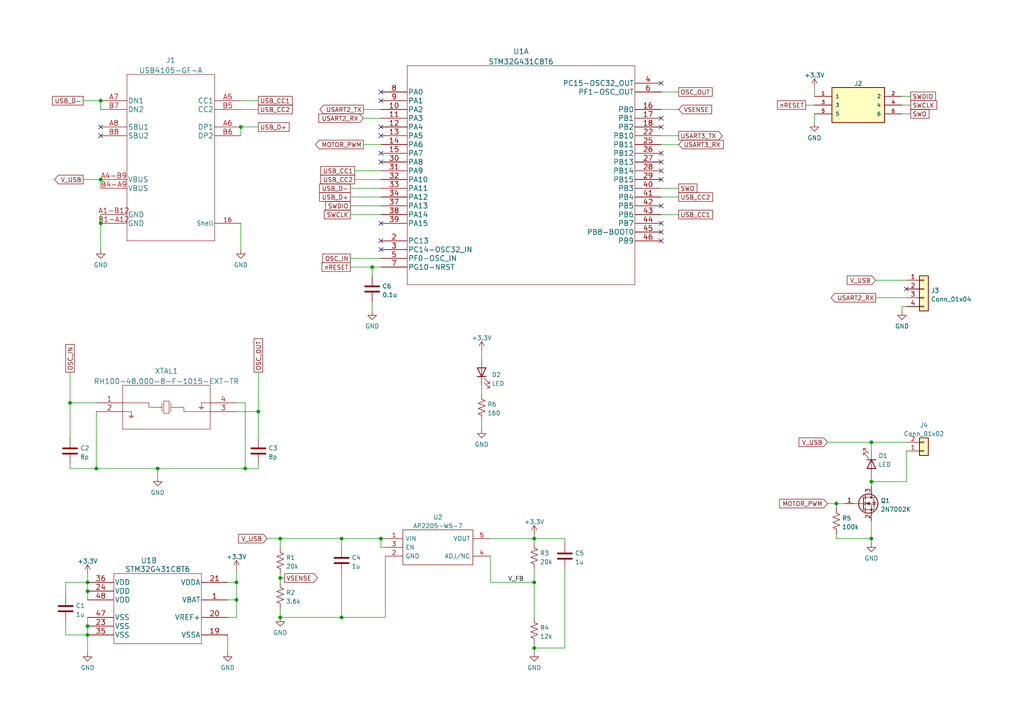
<source format=kicad_sch>
(kicad_sch (version 20211123) (generator eeschema)
  (paper "A4")
  (lib_symbols
    (symbol "Anh_Nguyen:USB4105-GF-A" (pin_names (offset 0.254))
      (property "Reference" "J1" (at 20.32 11.7676 0))
      (property "Value" "USB4105-GF-A" (at 20.32 8.7742 0))
      (symbol "USB4105-GF-A_1_1"
        (polyline (pts (xy 7.62 -40.64) (xy 33.02 -40.64)) (stroke (width 0.127)))
        (polyline (pts (xy 7.62 7.62) (xy 7.62 -40.64)) (stroke (width 0.127)))
        (polyline (pts (xy 33.02 -40.64) (xy 33.02 7.62)) (stroke (width 0.127)))
        (polyline (pts (xy 33.02 7.62) (xy 7.62 7.62)) (stroke (width 0.127)))
        (pin passive line (at 40.64 -35.56 180) (length 7.62) hide (name "Shell") (number "13"))
        (pin passive line (at 40.64 -35.56 180) (length 7.62) hide (name "Shell") (number "14"))
        (pin passive line (at 40.64 -35.56 180) (length 7.62) hide (name "Shell") (number "15"))
        (pin passive line (at 40.64 -35.56 180) (length 7.62) (name "Shell") (number "16"))
        (pin power_in line (at 0 -33.02 0) (length 7.62) (name "GND") (number "A1-B12"))
        (pin power_in line (at 0 -22.86 0) (length 7.62) (name "VBUS") (number "A4-B9"))
        (pin bidirectional line (at 40.64 0 180) (length 7.62) (name "CC1") (number "A5"))
        (pin bidirectional line (at 40.64 -7.62 180) (length 7.62) (name "DP1") (number "A6"))
        (pin bidirectional line (at 0 0 0) (length 7.62) (name "DN1") (number "A7"))
        (pin bidirectional line (at 0 -7.62 0) (length 7.62) (name "SBU1") (number "A8"))
        (pin power_in line (at 0 -35.56 0) (length 7.62) (name "GND") (number "B1-A12"))
        (pin power_in line (at 0 -25.4 0) (length 7.62) (name "VBUS") (number "B4-A9"))
        (pin bidirectional line (at 40.64 -2.54 180) (length 7.62) (name "CC2") (number "B5"))
        (pin bidirectional line (at 40.64 -10.16 180) (length 7.62) (name "DP2") (number "B6"))
        (pin bidirectional line (at 0 -2.54 0) (length 7.62) (name "DN2") (number "B7"))
        (pin bidirectional line (at 0 -10.16 0) (length 7.62) (name "SBU2") (number "B8"))
      )
    )
    (symbol "Connector_Generic:Conn_01x02" (pin_names (offset 1.016) hide)
      (property "Reference" "J" (at 0 2.54 0))
      (property "Value" "Conn_01x02" (at 0 -5.08 0))
      (symbol "Conn_01x02_1_1"
        (rectangle (start -1.27 -2.413) (end 0 -2.667) (stroke (width 0.1524)))
        (rectangle (start -1.27 0.127) (end 0 -0.127) (stroke (width 0.1524)))
        (rectangle (start -1.27 1.27) (end 1.27 -3.81) (stroke (width 0.254)) (fill (type background)))
        (pin passive line (at -5.08 0 0) (length 3.81) (name "Pin_1") (number "1"))
        (pin passive line (at -5.08 -2.54 0) (length 3.81) (name "Pin_2") (number "2"))
      )
    )
    (symbol "Connector_Generic:Conn_01x04" (pin_names (offset 1.016) hide)
      (property "Reference" "J" (at 0 5.08 0))
      (property "Value" "Conn_01x04" (at 0 -7.62 0))
      (symbol "Conn_01x04_1_1"
        (rectangle (start -1.27 -4.953) (end 0 -5.207) (stroke (width 0.1524)))
        (rectangle (start -1.27 -2.413) (end 0 -2.667) (stroke (width 0.1524)))
        (rectangle (start -1.27 0.127) (end 0 -0.127) (stroke (width 0.1524)))
        (rectangle (start -1.27 2.667) (end 0 2.413) (stroke (width 0.1524)))
        (rectangle (start -1.27 3.81) (end 1.27 -6.35) (stroke (width 0.254)) (fill (type background)))
        (pin passive line (at -5.08 2.54 0) (length 3.81) (name "Pin_1") (number "1"))
        (pin passive line (at -5.08 0 0) (length 3.81) (name "Pin_2") (number "2"))
        (pin passive line (at -5.08 -2.54 0) (length 3.81) (name "Pin_3") (number "3"))
        (pin passive line (at -5.08 -5.08 0) (length 3.81) (name "Pin_4") (number "4"))
      )
    )
    (symbol "Device:C" (pin_numbers hide) (pin_names (offset 0.254))
      (property "Reference" "C" (at 0.635 2.54 0))
      (property "Value" "C" (at 0.635 -2.54 0))
      (symbol "C_0_1"
        (polyline (pts (xy -2.032 -0.762) (xy 2.032 -0.762)) (stroke (width 0.508)))
        (polyline (pts (xy -2.032 0.762) (xy 2.032 0.762)) (stroke (width 0.508)))
      )
      (symbol "C_1_1"
        (pin passive line (at 0 3.81 270) (length 2.794) (name "~") (number "1"))
        (pin passive line (at 0 -3.81 90) (length 2.794) (name "~") (number "2"))
      )
    )
    (symbol "Device:LED" (pin_numbers hide) (pin_names (offset 1.016) hide)
      (property "Reference" "D" (at 0 2.54 0))
      (property "Value" "LED" (at 0 -2.54 0))
      (symbol "LED_0_1"
        (polyline (pts (xy -1.27 -1.27) (xy -1.27 1.27)) (stroke (width 0.254)))
        (polyline (pts (xy -1.27 0) (xy 1.27 0)))
        (polyline (pts (xy 1.27 -1.27) (xy 1.27 1.27) (xy -1.27 0) (xy 1.27 -1.27)) (stroke (width 0.254)))
        (polyline (pts (xy -3.048 -0.762) (xy -4.572 -2.286) (xy -3.81 -2.286) (xy -4.572 -2.286) (xy -4.572 -1.524)))
        (polyline (pts (xy -1.778 -0.762) (xy -3.302 -2.286) (xy -2.54 -2.286) (xy -3.302 -2.286) (xy -3.302 -1.524)))
      )
      (symbol "LED_1_1"
        (pin passive line (at -3.81 0 0) (length 2.54) (name "K") (number "1"))
        (pin passive line (at 3.81 0 180) (length 2.54) (name "A") (number "2"))
      )
    )
    (symbol "Device:R_US" (pin_numbers hide) (pin_names (offset 0))
      (property "Reference" "R" (at 2.54 0 90))
      (property "Value" "R_US" (at -2.54 0 90))
      (symbol "R_US_0_1"
        (polyline (pts (xy 0 -2.286) (xy 0 -2.54)))
        (polyline (pts (xy 0 2.286) (xy 0 2.54)))
        (polyline (pts (xy 0 -0.762) (xy 1.016 -1.143) (xy 0 -1.524) (xy -1.016 -1.905) (xy 0 -2.286)))
        (polyline (pts (xy 0 0.762) (xy 1.016 0.381) (xy 0 0) (xy -1.016 -0.381) (xy 0 -0.762)))
        (polyline (pts (xy 0 2.286) (xy 1.016 1.905) (xy 0 1.524) (xy -1.016 1.143) (xy 0 0.762)))
      )
      (symbol "R_US_1_1"
        (pin passive line (at 0 3.81 270) (length 1.27) (name "~") (number "1"))
        (pin passive line (at 0 -3.81 90) (length 1.27) (name "~") (number "2"))
      )
    )
    (symbol "J-LINK_6-PIN_NEEDLE_ADAPTER:8.06.16_J-LINK_6-PIN_NEEDLE_ADAPTER" (pin_names (offset 1.016))
      (property "Reference" "J" (at -7.62 7.62 0))
      (property "Value" "8.06.16_J-LINK_6-PIN_NEEDLE_ADAPTER" (at -7.62 -7.62 0))
      (symbol "8.06.16_J-LINK_6-PIN_NEEDLE_ADAPTER_0_0"
        (rectangle (start -7.62 -5.08) (end 7.62 5.08) (stroke (width 0.254)) (fill (type background)))
        (pin passive line (at -12.7 2.54 0) (length 5.08) (name "1") (number "1"))
        (pin passive line (at 12.7 2.54 180) (length 5.08) (name "2") (number "2"))
        (pin passive line (at -12.7 0 0) (length 5.08) (name "3") (number "3"))
        (pin passive line (at 12.7 0 180) (length 5.08) (name "4") (number "4"))
        (pin passive line (at -12.7 -2.54 0) (length 5.08) (name "5") (number "5"))
        (pin passive line (at 12.7 -2.54 180) (length 5.08) (name "6") (number "6"))
      )
    )
    (symbol "RH100-48.000-8-F-1015-EXT-TR:RH100-48.000-8-F-1015-EXT-TR" (pin_names (offset 0.254) hide)
      (property "Reference" "XTAL" (at 20.32 10.16 0))
      (property "Value" "RH100-48.000-8-F-1015-EXT-TR" (at 20.32 7.62 0))
      (symbol "RH100-48.000-8-F-1015-EXT-TR_1_1"
        (polyline (pts (xy 7.62 -7.62) (xy 33.02 -7.62)) (stroke (width 0.127)))
        (polyline (pts (xy 7.62 -2.54) (xy 10.16 -2.54)) (stroke (width 0.127)))
        (polyline (pts (xy 7.62 0) (xy 15.24 0)) (stroke (width 0.127)))
        (polyline (pts (xy 7.62 5.08) (xy 7.62 -7.62)) (stroke (width 0.127)))
        (polyline (pts (xy 9.398 -3.81) (xy 10.922 -3.81)) (stroke (width 0.127)))
        (polyline (pts (xy 9.652 -4.064) (xy 10.668 -4.064)) (stroke (width 0.127)))
        (polyline (pts (xy 9.906 -4.318) (xy 10.414 -4.318)) (stroke (width 0.127)))
        (polyline (pts (xy 10.16 -2.54) (xy 10.16 -3.81)) (stroke (width 0.127)))
        (polyline (pts (xy 15.24 -1.27) (xy 19.05 -1.27)) (stroke (width 0.127)))
        (polyline (pts (xy 15.24 0) (xy 15.24 -1.27)) (stroke (width 0.127)))
        (polyline (pts (xy 19.05 0) (xy 19.05 -2.54)) (stroke (width 0.127)))
        (polyline (pts (xy 19.558 -3.048) (xy 21.082 -3.048)) (stroke (width 0.127)))
        (polyline (pts (xy 19.558 0.508) (xy 19.558 -3.048)) (stroke (width 0.127)))
        (polyline (pts (xy 21.082 -3.048) (xy 21.082 0.508)) (stroke (width 0.127)))
        (polyline (pts (xy 21.082 0.508) (xy 19.558 0.508)) (stroke (width 0.127)))
        (polyline (pts (xy 21.59 -1.27) (xy 25.4 -1.27)) (stroke (width 0.127)))
        (polyline (pts (xy 21.59 0) (xy 21.59 -2.54)) (stroke (width 0.127)))
        (polyline (pts (xy 25.4 -2.54) (xy 33.02 -2.54)) (stroke (width 0.127)))
        (polyline (pts (xy 25.4 -1.27) (xy 25.4 -2.54)) (stroke (width 0.127)))
        (polyline (pts (xy 30.48 0) (xy 30.48 -1.27)) (stroke (width 0.127)))
        (polyline (pts (xy 30.734 -1.778) (xy 30.226 -1.778)) (stroke (width 0.127)))
        (polyline (pts (xy 30.988 -1.524) (xy 29.972 -1.524)) (stroke (width 0.127)))
        (polyline (pts (xy 31.242 -1.27) (xy 29.718 -1.27)) (stroke (width 0.127)))
        (polyline (pts (xy 33.02 -7.62) (xy 33.02 5.08)) (stroke (width 0.127)))
        (polyline (pts (xy 33.02 0) (xy 30.48 0)) (stroke (width 0.127)))
        (polyline (pts (xy 33.02 5.08) (xy 7.62 5.08)) (stroke (width 0.127)))
        (pin unspecified line (at 0 0 0) (length 7.62) (name "1") (number "1"))
        (pin unspecified line (at 0 -2.54 0) (length 7.62) (name "2") (number "2"))
        (pin unspecified line (at 40.64 -2.54 180) (length 7.62) (name "3") (number "3"))
        (pin unspecified line (at 40.64 0 180) (length 7.62) (name "4") (number "4"))
      )
    )
    (symbol "STM32G431C8T6:STM32G431C8T6" (pin_names (offset 0.254))
      (property "Reference" "U" (at 40.64 12.7 0))
      (property "Value" "STM32G431C8T6" (at 40.64 10.16 0))
      (symbol "STM32G431C8T6_1_1"
        (polyline (pts (xy 7.62 -55.88) (xy 73.66 -55.88)) (stroke (width 0.127)))
        (polyline (pts (xy 7.62 7.62) (xy 7.62 -55.88)) (stroke (width 0.127)))
        (polyline (pts (xy 73.66 -55.88) (xy 73.66 7.62)) (stroke (width 0.127)))
        (polyline (pts (xy 73.66 7.62) (xy 7.62 7.62)) (stroke (width 0.127)))
        (pin bidirectional line (at 0 -5.08 0) (length 7.62) (name "PA2") (number "10"))
        (pin bidirectional line (at 0 -7.62 0) (length 7.62) (name "PA3") (number "11"))
        (pin bidirectional line (at 0 -10.16 0) (length 7.62) (name "PA4") (number "12"))
        (pin bidirectional line (at 0 -12.7 0) (length 7.62) (name "PA5") (number "13"))
        (pin bidirectional line (at 0 -15.24 0) (length 7.62) (name "PA6") (number "14"))
        (pin bidirectional line (at 0 -17.78 0) (length 7.62) (name "PA7") (number "15"))
        (pin bidirectional line (at 81.28 -5.08 180) (length 7.62) (name "PB0") (number "16"))
        (pin bidirectional line (at 81.28 -7.62 180) (length 7.62) (name "PB1") (number "17"))
        (pin bidirectional line (at 81.28 -10.16 180) (length 7.62) (name "PB2") (number "18"))
        (pin bidirectional line (at 0 -43.18 0) (length 7.62) (name "PC13") (number "2"))
        (pin bidirectional line (at 81.28 -12.7 180) (length 7.62) (name "PB10") (number "22"))
        (pin bidirectional line (at 81.28 -15.24 180) (length 7.62) (name "PB11") (number "25"))
        (pin bidirectional line (at 81.28 -17.78 180) (length 7.62) (name "PB12") (number "26"))
        (pin bidirectional line (at 81.28 -20.32 180) (length 7.62) (name "PB13") (number "27"))
        (pin bidirectional line (at 81.28 -22.86 180) (length 7.62) (name "PB14") (number "28"))
        (pin bidirectional line (at 81.28 -25.4 180) (length 7.62) (name "PB15") (number "29"))
        (pin bidirectional line (at 0 -45.72 0) (length 7.62) (name "PC14-OSC32_IN") (number "3"))
        (pin bidirectional line (at 0 -20.32 0) (length 7.62) (name "PA8") (number "30"))
        (pin bidirectional line (at 0 -22.86 0) (length 7.62) (name "PA9") (number "31"))
        (pin bidirectional line (at 0 -25.4 0) (length 7.62) (name "PA10") (number "32"))
        (pin bidirectional line (at 0 -27.94 0) (length 7.62) (name "PA11") (number "33"))
        (pin bidirectional line (at 0 -30.48 0) (length 7.62) (name "PA12") (number "34"))
        (pin bidirectional line (at 0 -33.02 0) (length 7.62) (name "PA13") (number "37"))
        (pin bidirectional line (at 0 -35.56 0) (length 7.62) (name "PA14") (number "38"))
        (pin bidirectional line (at 0 -38.1 0) (length 7.62) (name "PA15") (number "39"))
        (pin bidirectional line (at 81.28 2.54 180) (length 7.62) (name "PC15-OSC32_OUT") (number "4"))
        (pin bidirectional line (at 81.28 -27.94 180) (length 7.62) (name "PB3") (number "40"))
        (pin bidirectional line (at 81.28 -30.48 180) (length 7.62) (name "PB4") (number "41"))
        (pin bidirectional line (at 81.28 -33.02 180) (length 7.62) (name "PB5") (number "42"))
        (pin bidirectional line (at 81.28 -35.56 180) (length 7.62) (name "PB6") (number "43"))
        (pin bidirectional line (at 81.28 -38.1 180) (length 7.62) (name "PB7") (number "44"))
        (pin bidirectional line (at 81.28 -40.64 180) (length 7.62) (name "PB8-BOOT0") (number "45"))
        (pin bidirectional line (at 81.28 -43.18 180) (length 7.62) (name "PB9") (number "46"))
        (pin bidirectional line (at 0 -48.26 0) (length 7.62) (name "PF0-OSC_IN") (number "5"))
        (pin bidirectional line (at 81.28 0 180) (length 7.62) (name "PF1-OSC_OUT") (number "6"))
        (pin bidirectional line (at 0 -50.8 0) (length 7.62) (name "PG10-NRST") (number "7"))
        (pin bidirectional line (at 0 0 0) (length 7.62) (name "PA0") (number "8"))
        (pin bidirectional line (at 0 -2.54 0) (length 7.62) (name "PA1") (number "9"))
      )
      (symbol "STM32G431C8T6_2_1"
        (polyline (pts (xy 7.62 -35.56) (xy 33.02 -35.56)) (stroke (width 0.127)))
        (polyline (pts (xy 7.62 5.08) (xy 7.62 -35.56)) (stroke (width 0.127)))
        (polyline (pts (xy 33.02 -35.56) (xy 33.02 5.08)) (stroke (width 0.127)))
        (polyline (pts (xy 33.02 5.08) (xy 7.62 5.08)) (stroke (width 0.127)))
        (pin power_in line (at 0 0 180) (length 0) (name "VBAT") (number "1"))
        (pin power_in line (at 81.28 -10.16 180) (length 7.62) (name "VSSA") (number "19"))
        (pin power_in line (at 81.28 -10.16 180) (length 7.62) (name "VREF+") (number "20"))
        (pin power_in line (at 81.28 -10.16 180) (length 7.62) (name "VDDA") (number "21"))
        (pin power_in line (at 81.28 -12.7 180) (length 7.62) (name "VSS") (number "23"))
        (pin power_in line (at 81.28 -12.7 180) (length 7.62) (name "VDD") (number "24"))
        (pin power_in line (at 0 -30.48 0) (length 7.62) (name "VSS") (number "35"))
        (pin power_in line (at 0 -30.48 0) (length 7.62) (name "VDD") (number "36"))
        (pin power_in line (at 81.28 -43.18 180) (length 7.62) (name "VSS") (number "47"))
        (pin power_in line (at 81.28 -43.18 180) (length 7.62) (name "VDD") (number "48"))
      )
    )
    (symbol "STM32G431C8T6_1" (pin_names (offset 0.254))
      (property "Reference" "U?" (at 17.78 6.35 0))
      (property "Value" "STM32G431C8T6" (at 20.32 3.81 0))
      (symbol "STM32G431C8T6_1_1_1"
        (polyline (pts (xy 7.62 -55.88) (xy 52.07 -55.88)) (stroke (width 0.127)))
        (polyline (pts (xy 7.62 7.62) (xy 7.62 -55.88)) (stroke (width 0.127)))
        (polyline (pts (xy 52.07 -55.88) (xy 52.07 7.62)) (stroke (width 0.127)))
        (polyline (pts (xy 52.07 7.62) (xy 7.62 7.62)) (stroke (width 0.127)))
        (pin bidirectional line (at 0 -5.08 0) (length 7.62) (name "PA2") (number "10"))
        (pin bidirectional line (at 0 -7.62 0) (length 7.62) (name "PA3") (number "11"))
        (pin bidirectional line (at 0 -10.16 0) (length 7.62) (name "PA4") (number "12"))
        (pin bidirectional line (at 0 -12.7 0) (length 7.62) (name "PA5") (number "13"))
        (pin bidirectional line (at 0 -15.24 0) (length 7.62) (name "PA6") (number "14"))
        (pin bidirectional line (at 0 -17.78 0) (length 7.62) (name "PA7") (number "15"))
        (pin bidirectional line (at 59.69 -7.62 180) (length 7.62) (name "PB0") (number "16"))
        (pin bidirectional line (at 59.69 -10.16 180) (length 7.62) (name "PB1") (number "17"))
        (pin bidirectional line (at 59.69 -12.7 180) (length 7.62) (name "PB2") (number "18"))
        (pin bidirectional line (at 0 -43.18 0) (length 7.62) (name "PC13") (number "2"))
        (pin bidirectional line (at 59.69 -15.24 180) (length 7.62) (name "PB10") (number "22"))
        (pin bidirectional line (at 59.69 -17.78 180) (length 7.62) (name "PB11") (number "25"))
        (pin bidirectional line (at 59.69 -20.32 180) (length 7.62) (name "PB12") (number "26"))
        (pin bidirectional line (at 59.69 -22.86 180) (length 7.62) (name "PB13") (number "27"))
        (pin bidirectional line (at 59.69 -25.4 180) (length 7.62) (name "PB14") (number "28"))
        (pin bidirectional line (at 59.69 -27.94 180) (length 7.62) (name "PB15") (number "29"))
        (pin bidirectional line (at 0 -45.72 0) (length 7.62) (name "PC14-OSC32_IN") (number "3"))
        (pin bidirectional line (at 0 -20.32 0) (length 7.62) (name "PA8") (number "30"))
        (pin bidirectional line (at 0 -22.86 0) (length 7.62) (name "PA9") (number "31"))
        (pin bidirectional line (at 0 -25.4 0) (length 7.62) (name "PA10") (number "32"))
        (pin bidirectional line (at 0 -27.94 0) (length 7.62) (name "PA11") (number "33"))
        (pin bidirectional line (at 0 -30.48 0) (length 7.62) (name "PA12") (number "34"))
        (pin bidirectional line (at 0 -33.02 0) (length 7.62) (name "PA13") (number "37"))
        (pin bidirectional line (at 0 -35.56 0) (length 7.62) (name "PA14") (number "38"))
        (pin bidirectional line (at 0 -38.1 0) (length 7.62) (name "PA15") (number "39"))
        (pin bidirectional line (at 59.69 0 180) (length 7.62) (name "PC15-OSC32_OUT") (number "4"))
        (pin bidirectional line (at 59.69 -30.48 180) (length 7.62) (name "PB3") (number "40"))
        (pin bidirectional line (at 59.69 -33.02 180) (length 7.62) (name "PB4") (number "41"))
        (pin bidirectional line (at 59.69 -35.56 180) (length 7.62) (name "PB5") (number "42"))
        (pin bidirectional line (at 59.69 -38.1 180) (length 7.62) (name "PB6") (number "43"))
        (pin bidirectional line (at 59.69 -40.64 180) (length 7.62) (name "PB7") (number "44"))
        (pin bidirectional line (at 59.69 -43.18 180) (length 7.62) (name "PB8-BOOT0") (number "45"))
        (pin bidirectional line (at 59.69 -45.72 180) (length 7.62) (name "PB9") (number "46"))
        (pin bidirectional line (at 0 -48.26 0) (length 7.62) (name "PF0-OSC_IN") (number "5"))
        (pin bidirectional line (at 59.69 -2.54 180) (length 7.62) (name "PF1-OSC_OUT") (number "6"))
        (pin bidirectional line (at 0 -50.8 0) (length 7.62) (name "PG10-NRST") (number "7"))
        (pin bidirectional line (at 0 0 0) (length 7.62) (name "PA0") (number "8"))
        (pin bidirectional line (at 0 -2.54 0) (length 7.62) (name "PA1") (number "9"))
      )
      (symbol "STM32G431C8T6_1_2_1"
        (polyline (pts (xy 7.62 -17.78) (xy 33.02 -17.78)) (stroke (width 0.127)))
        (polyline (pts (xy 7.62 2.54) (xy 7.62 -17.78)) (stroke (width 0.127)))
        (polyline (pts (xy 33.02 -17.78) (xy 33.02 2.54)) (stroke (width 0.127)))
        (polyline (pts (xy 33.02 2.54) (xy 7.62 2.54)) (stroke (width 0.127)))
        (pin power_in line (at 40.64 -5.08 180) (length 7.62) (name "VBAT") (number "1"))
        (pin power_in line (at 40.64 -15.24 180) (length 7.62) (name "VSSA") (number "19"))
        (pin power_in line (at 40.64 -10.16 180) (length 7.62) (name "VREF+") (number "20"))
        (pin power_in line (at 40.64 0 180) (length 7.62) (name "VDDA") (number "21"))
        (pin power_in line (at 0 -12.7 0) (length 7.62) (name "VSS") (number "23"))
        (pin power_in line (at 0 -2.54 0) (length 7.62) (name "VDD") (number "24"))
        (pin power_in line (at 0 -15.24 0) (length 7.62) (name "VSS") (number "35"))
        (pin power_in line (at 0 0 0) (length 7.62) (name "VDD") (number "36"))
        (pin power_in line (at 0 -10.16 0) (length 7.62) (name "VSS") (number "47"))
        (pin power_in line (at 0 -5.08 0) (length 7.62) (name "VDD") (number "48"))
      )
    )
    (symbol "SamacSys_Parts:AP2205-W5-7" (pin_names (offset 0.762))
      (property "Reference" "U" (at 8.89 6.35 0))
      (property "Value" "AP2205-W5-7" (at 8.89 3.81 0))
      (symbol "AP2205-W5-7_0_0"
        (pin passive line (at 0 0 0) (length 5.08) (name "VIN") (number "1"))
        (pin passive line (at 0 -5.08 0) (length 5.08) (name "GND") (number "2"))
        (pin passive line (at 0 -2.54 0) (length 5.08) (name "EN") (number "3"))
        (pin passive line (at 30.48 -5.08 180) (length 5.08) (name "ADJ/NC") (number "4"))
        (pin passive line (at 30.48 0 180) (length 5.08) (name "VOUT") (number "5"))
      )
      (symbol "AP2205-W5-7_0_1"
        (polyline (pts (xy 5.08 2.54) (xy 25.4 2.54) (xy 25.4 -7.62) (xy 5.08 -7.62) (xy 5.08 2.54)) (stroke (width 0.1524)))
      )
    )
    (symbol "Transistor_FET:2N7002K" (pin_names hide)
      (property "Reference" "Q" (at 5.08 1.905 0))
      (property "Value" "2N7002K" (at 5.08 0 0))
      (symbol "2N7002K_0_1"
        (polyline (pts (xy 0.254 0) (xy -2.54 0)))
        (polyline (pts (xy 0.254 1.905) (xy 0.254 -1.905)) (stroke (width 0.254)))
        (polyline (pts (xy 0.762 -1.27) (xy 0.762 -2.286)) (stroke (width 0.254)))
        (polyline (pts (xy 0.762 0.508) (xy 0.762 -0.508)) (stroke (width 0.254)))
        (polyline (pts (xy 0.762 2.286) (xy 0.762 1.27)) (stroke (width 0.254)))
        (polyline (pts (xy 2.54 2.54) (xy 2.54 1.778)))
        (polyline (pts (xy 2.54 -2.54) (xy 2.54 0) (xy 0.762 0)))
        (polyline (pts (xy 0.762 -1.778) (xy 3.302 -1.778) (xy 3.302 1.778) (xy 0.762 1.778)))
        (polyline (pts (xy 1.016 0) (xy 2.032 0.381) (xy 2.032 -0.381) (xy 1.016 0)) (fill (type outline)))
        (polyline (pts (xy 2.794 0.508) (xy 2.921 0.381) (xy 3.683 0.381) (xy 3.81 0.254)))
        (polyline (pts (xy 3.302 0.381) (xy 2.921 -0.254) (xy 3.683 -0.254) (xy 3.302 0.381)))
        (circle (center 1.651 0) (radius 2.794) (stroke (width 0.254)))
        (circle (center 2.54 -1.778) (radius 0.254) (fill (type outline)))
        (circle (center 2.54 1.778) (radius 0.254) (fill (type outline)))
      )
      (symbol "2N7002K_1_1"
        (pin input line (at -5.08 0 0) (length 2.54) (name "G") (number "1"))
        (pin passive line (at 2.54 -5.08 90) (length 2.54) (name "S") (number "2"))
        (pin passive line (at 2.54 5.08 270) (length 2.54) (name "D") (number "3"))
      )
    )
    (symbol "power:+3.3V" (power) (pin_names (offset 0))
      (property "Value" "+3.3V" (at 0 3.556 0))
      (symbol "+3.3V_0_1"
        (polyline (pts (xy -0.762 1.27) (xy 0 2.54)))
        (polyline (pts (xy 0 0) (xy 0 2.54)))
        (polyline (pts (xy 0 2.54) (xy 0.762 1.27)))
      )
      (symbol "+3.3V_1_1"
        (pin power_in line (at 0 0 90) (length 0) hide (name "+3.3V") (number "1"))
      )
    )
    (symbol "power:GND" (power) (pin_names (offset 0))
      (property "Value" "GND" (at 0 -3.81 0))
      (symbol "GND_0_1"
        (polyline (pts (xy 0 0) (xy 0 -1.27) (xy 1.27 -1.27) (xy 0 -2.54) (xy -1.27 -1.27) (xy 0 -1.27)))
      )
      (symbol "GND_1_1"
        (pin power_in line (at 0 0 270) (length 0) hide (name "GND") (number "1"))
      )
    )
  )
  (junction (at 29.21 64.77))
  (junction (at 68.58 168.91))
  (junction (at 242.57 146.05))
  (junction (at 81.28 167.64))
  (junction (at 107.95 77.47))
  (junction (at 25.4 168.91))
  (junction (at 74.93 119.38))
  (junction (at 252.73 139.7))
  (junction (at 99.06 179.07))
  (junction (at 20.32 116.84))
  (junction (at 29.21 52.07))
  (junction (at 252.73 128.27))
  (junction (at 25.4 181.61))
  (junction (at 29.21 29.21))
  (junction (at 69.85 36.83))
  (junction (at 252.73 156.21))
  (junction (at 99.06 156.21))
  (junction (at 27.94 135.89))
  (junction (at 154.94 156.21))
  (junction (at 25.4 171.45))
  (junction (at 154.94 187.96))
  (junction (at 71.12 135.89))
  (junction (at 81.28 179.07))
  (junction (at 45.72 135.89))
  (junction (at 154.94 168.91))
  (junction (at 25.4 184.15))
  (junction (at 110.49 156.21))
  (junction (at 68.58 173.99))
  (junction (at 81.28 156.21))
  (no_connect (at 29.21 36.83))
  (no_connect (at 29.21 39.37))
  (no_connect (at 110.49 39.37))
  (no_connect (at 110.49 44.45))
  (no_connect (at 110.49 46.99))
  (no_connect (at 262.89 83.82))
  (no_connect (at 191.77 24.13))
  (no_connect (at 191.77 69.85))
  (no_connect (at 191.77 34.29))
  (no_connect (at 191.77 36.83))
  (no_connect (at 191.77 44.45))
  (no_connect (at 191.77 46.99))
  (no_connect (at 191.77 49.53))
  (no_connect (at 191.77 52.07))
  (no_connect (at 191.77 59.69))
  (no_connect (at 191.77 64.77))
  (no_connect (at 191.77 67.31))
  (no_connect (at 110.49 26.67))
  (no_connect (at 110.49 29.21))
  (no_connect (at 110.49 36.83))
  (no_connect (at 110.49 64.77))
  (no_connect (at 110.49 69.85))
  (no_connect (at 110.49 72.39))
  (wire (pts (xy 81.28 156.21) (xy 81.28 158.75)))
  (wire (pts (xy 25.4 168.91) (xy 25.4 171.45)))
  (wire (pts (xy 240.03 146.05) (xy 242.57 146.05)))
  (wire (pts (xy 110.49 156.21) (xy 111.76 156.21)))
  (wire (pts (xy 254 86.36) (xy 262.89 86.36)))
  (wire (pts (xy 252.73 139.7) (xy 252.73 138.43)))
  (wire (pts (xy 107.95 77.47) (xy 107.95 80.01)))
  (wire (pts (xy 69.85 29.21) (xy 74.93 29.21)))
  (wire (pts (xy 261.62 33.02) (xy 264.16 33.02)))
  (wire (pts (xy 25.4 179.07) (xy 25.4 181.61)))
  (wire (pts (xy 27.94 119.38) (xy 27.94 135.89)))
  (wire (pts (xy 20.32 134.62) (xy 20.32 135.89)))
  (wire (pts (xy 29.21 62.23) (xy 29.21 64.77)))
  (wire (pts (xy 154.94 187.96) (xy 154.94 189.23)))
  (wire (pts (xy 99.06 156.21) (xy 110.49 156.21)))
  (wire (pts (xy 139.7 111.76) (xy 139.7 114.3)))
  (wire (pts (xy 111.76 161.29) (xy 111.76 179.07)))
  (wire (pts (xy 142.24 156.21) (xy 154.94 156.21)))
  (wire (pts (xy 252.73 156.21) (xy 252.73 157.48)))
  (wire (pts (xy 163.83 165.1) (xy 163.83 187.96)))
  (wire (pts (xy 74.93 119.38) (xy 74.93 127)))
  (wire (pts (xy 68.58 119.38) (xy 74.93 119.38)))
  (wire (pts (xy 261.62 30.48) (xy 264.16 30.48)))
  (wire (pts (xy 252.73 151.13) (xy 252.73 156.21)))
  (wire (pts (xy 154.94 165.1) (xy 154.94 168.91)))
  (wire (pts (xy 25.4 184.15) (xy 25.4 189.23)))
  (wire (pts (xy 68.58 168.91) (xy 68.58 173.99)))
  (wire (pts (xy 163.83 157.48) (xy 163.83 156.21)))
  (wire (pts (xy 111.76 158.75) (xy 110.49 158.75)))
  (wire (pts (xy 66.04 168.91) (xy 68.58 168.91)))
  (wire (pts (xy 24.13 29.21) (xy 29.21 29.21)))
  (wire (pts (xy 19.05 172.72) (xy 19.05 168.91)))
  (wire (pts (xy 252.73 139.7) (xy 252.73 140.97)))
  (wire (pts (xy 101.6 57.15) (xy 110.49 57.15)))
  (wire (pts (xy 74.93 135.89) (xy 74.93 134.62)))
  (wire (pts (xy 154.94 168.91) (xy 154.94 179.07)))
  (wire (pts (xy 25.4 166.37) (xy 25.4 168.91)))
  (wire (pts (xy 20.32 107.95) (xy 20.32 116.84)))
  (wire (pts (xy 242.57 156.21) (xy 252.73 156.21)))
  (wire (pts (xy 240.03 128.27) (xy 252.73 128.27)))
  (wire (pts (xy 154.94 156.21) (xy 163.83 156.21)))
  (wire (pts (xy 27.94 135.89) (xy 45.72 135.89)))
  (wire (pts (xy 139.7 121.92) (xy 139.7 124.46)))
  (wire (pts (xy 139.7 101.6) (xy 139.7 104.14)))
  (wire (pts (xy 102.87 49.53) (xy 110.49 49.53)))
  (wire (pts (xy 142.24 161.29) (xy 142.24 168.91)))
  (wire (pts (xy 71.12 116.84) (xy 71.12 135.89)))
  (wire (pts (xy 69.85 64.77) (xy 69.85 72.39)))
  (wire (pts (xy 71.12 135.89) (xy 74.93 135.89)))
  (wire (pts (xy 19.05 168.91) (xy 25.4 168.91)))
  (wire (pts (xy 101.6 62.23) (xy 110.49 62.23)))
  (wire (pts (xy 191.77 57.15) (xy 196.85 57.15)))
  (wire (pts (xy 99.06 156.21) (xy 99.06 158.75)))
  (wire (pts (xy 163.83 187.96) (xy 154.94 187.96)))
  (wire (pts (xy 252.73 139.7) (xy 262.89 139.7)))
  (wire (pts (xy 254 81.28) (xy 262.89 81.28)))
  (wire (pts (xy 20.32 116.84) (xy 20.32 127)))
  (wire (pts (xy 154.94 154.94) (xy 154.94 156.21)))
  (wire (pts (xy 233.68 30.48) (xy 236.22 30.48)))
  (wire (pts (xy 262.89 88.9) (xy 261.62 88.9)))
  (wire (pts (xy 236.22 33.02) (xy 236.22 35.56)))
  (wire (pts (xy 19.05 184.15) (xy 25.4 184.15)))
  (wire (pts (xy 107.95 77.47) (xy 110.49 77.47)))
  (wire (pts (xy 68.58 116.84) (xy 71.12 116.84)))
  (wire (pts (xy 191.77 54.61) (xy 196.85 54.61)))
  (wire (pts (xy 81.28 156.21) (xy 99.06 156.21)))
  (wire (pts (xy 261.62 27.94) (xy 264.16 27.94)))
  (wire (pts (xy 29.21 64.77) (xy 29.21 72.39)))
  (wire (pts (xy 262.89 130.81) (xy 262.89 139.7)))
  (wire (pts (xy 101.6 54.61) (xy 110.49 54.61)))
  (wire (pts (xy 20.32 135.89) (xy 27.94 135.89)))
  (wire (pts (xy 99.06 166.37) (xy 99.06 179.07)))
  (wire (pts (xy 252.73 128.27) (xy 252.73 130.81)))
  (wire (pts (xy 66.04 173.99) (xy 68.58 173.99)))
  (wire (pts (xy 142.24 168.91) (xy 154.94 168.91)))
  (wire (pts (xy 105.41 34.29) (xy 110.49 34.29)))
  (wire (pts (xy 191.77 26.67) (xy 196.85 26.67)))
  (wire (pts (xy 101.6 77.47) (xy 107.95 77.47)))
  (wire (pts (xy 68.58 165.1) (xy 68.58 168.91)))
  (wire (pts (xy 66.04 179.07) (xy 68.58 179.07)))
  (wire (pts (xy 81.28 176.53) (xy 81.28 179.07)))
  (wire (pts (xy 74.93 107.95) (xy 74.93 119.38)))
  (wire (pts (xy 69.85 31.75) (xy 74.93 31.75)))
  (wire (pts (xy 154.94 156.21) (xy 154.94 157.48)))
  (wire (pts (xy 105.41 41.91) (xy 110.49 41.91)))
  (wire (pts (xy 69.85 36.83) (xy 74.93 36.83)))
  (wire (pts (xy 242.57 146.05) (xy 242.57 147.32)))
  (wire (pts (xy 105.41 31.75) (xy 110.49 31.75)))
  (wire (pts (xy 107.95 87.63) (xy 107.95 90.17)))
  (wire (pts (xy 191.77 41.91) (xy 196.85 41.91)))
  (wire (pts (xy 24.13 52.07) (xy 29.21 52.07)))
  (wire (pts (xy 110.49 156.21) (xy 110.49 158.75)))
  (wire (pts (xy 252.73 128.27) (xy 262.89 128.27)))
  (wire (pts (xy 191.77 31.75) (xy 196.85 31.75)))
  (wire (pts (xy 77.47 156.21) (xy 81.28 156.21)))
  (wire (pts (xy 81.28 167.64) (xy 81.28 168.91)))
  (wire (pts (xy 19.05 180.34) (xy 19.05 184.15)))
  (wire (pts (xy 81.28 166.37) (xy 81.28 167.64)))
  (wire (pts (xy 261.62 88.9) (xy 261.62 90.17)))
  (wire (pts (xy 69.85 36.83) (xy 69.85 39.37)))
  (wire (pts (xy 101.6 59.69) (xy 110.49 59.69)))
  (wire (pts (xy 25.4 171.45) (xy 25.4 173.99)))
  (wire (pts (xy 242.57 154.94) (xy 242.57 156.21)))
  (wire (pts (xy 102.87 52.07) (xy 110.49 52.07)))
  (wire (pts (xy 29.21 29.21) (xy 29.21 31.75)))
  (wire (pts (xy 154.94 186.69) (xy 154.94 187.96)))
  (wire (pts (xy 191.77 62.23) (xy 196.85 62.23)))
  (wire (pts (xy 111.76 179.07) (xy 99.06 179.07)))
  (wire (pts (xy 99.06 179.07) (xy 81.28 179.07)))
  (wire (pts (xy 45.72 135.89) (xy 71.12 135.89)))
  (wire (pts (xy 191.77 39.37) (xy 196.85 39.37)))
  (wire (pts (xy 20.32 116.84) (xy 27.94 116.84)))
  (wire (pts (xy 236.22 25.4) (xy 236.22 27.94)))
  (wire (pts (xy 81.28 167.64) (xy 82.55 167.64)))
  (wire (pts (xy 242.57 146.05) (xy 245.11 146.05)))
  (wire (pts (xy 45.72 135.89) (xy 45.72 138.43)))
  (wire (pts (xy 25.4 181.61) (xy 25.4 184.15)))
  (wire (pts (xy 66.04 184.15) (xy 66.04 189.23)))
  (wire (pts (xy 29.21 52.07) (xy 29.21 54.61)))
  (wire (pts (xy 101.6 74.93) (xy 110.49 74.93)))
  (wire (pts (xy 68.58 173.99) (xy 68.58 179.07)))
  (label "V_FB" (at 147.32 168.91 0))
  (global_label "OSC_IN" (shape passive) (at 101.6 74.93 180) (property "Intersheet References" "${INTERSHEET_REFS}" (effects hide)))
  (global_label "SWDIO" (shape passive) (at 101.6 59.69 180) (property "Intersheet References" "${INTERSHEET_REFS}" (effects hide)))
  (global_label "USB_CC2" (shape passive) (at 196.85 57.15 0) (property "Intersheet References" "${INTERSHEET_REFS}" (effects hide)))
  (global_label "OSC_OUT" (shape passive) (at 196.85 26.67 0) (property "Intersheet References" "${INTERSHEET_REFS}" (effects hide)))
  (global_label "SWDIO" (shape passive) (at 264.16 27.94 0) (property "Intersheet References" "${INTERSHEET_REFS}" (effects hide)))
  (global_label "SWO" (shape passive) (at 264.16 33.02 0) (property "Intersheet References" "${INTERSHEET_REFS}" (effects hide)))
  (global_label "OSC_IN" (shape passive) (at 20.32 107.95 90) (property "Intersheet References" "${INTERSHEET_REFS}" (effects hide)))
  (global_label "V_USB" (shape input) (at 240.03 128.27 180) (property "Intersheet References" "${INTERSHEET_REFS}" (effects hide)))
  (global_label "V_USB" (shape input) (at 77.47 156.21 180) (property "Intersheet References" "${INTERSHEET_REFS}" (effects hide)))
  (global_label "USART3_TX" (shape output) (at 196.85 39.37 0) (property "Intersheet References" "${INTERSHEET_REFS}" (effects hide)))
  (global_label "USB_D-" (shape passive) (at 24.13 29.21 180) (property "Intersheet References" "${INTERSHEET_REFS}" (effects hide)))
  (global_label "OSC_OUT" (shape passive) (at 74.93 107.95 90) (property "Intersheet References" "${INTERSHEET_REFS}" (effects hide)))
  (global_label "SWCLK" (shape passive) (at 264.16 30.48 0) (property "Intersheet References" "${INTERSHEET_REFS}" (effects hide)))
  (global_label "MOTOR_PWM" (shape output) (at 105.41 41.91 180) (property "Intersheet References" "${INTERSHEET_REFS}" (effects hide)))
  (global_label "USART2_TX" (shape output) (at 105.41 31.75 180) (property "Intersheet References" "${INTERSHEET_REFS}" (effects hide)))
  (global_label "USB_CC2" (shape passive) (at 102.87 52.07 180) (property "Intersheet References" "${INTERSHEET_REFS}" (effects hide)))
  (global_label "MOTOR_PWM" (shape input) (at 240.03 146.05 180) (property "Intersheet References" "${INTERSHEET_REFS}" (effects hide)))
  (global_label "VSENSE" (shape output) (at 82.55 167.64 0) (property "Intersheet References" "${INTERSHEET_REFS}" (effects hide)))
  (global_label "USB_CC1" (shape passive) (at 102.87 49.53 180) (property "Intersheet References" "${INTERSHEET_REFS}" (effects hide)))
  (global_label "USB_D-" (shape passive) (at 101.6 54.61 180) (property "Intersheet References" "${INTERSHEET_REFS}" (effects hide)))
  (global_label "nRESET" (shape passive) (at 101.6 77.47 180) (property "Intersheet References" "${INTERSHEET_REFS}" (effects hide)))
  (global_label "USART3_RX" (shape input) (at 196.85 41.91 0) (property "Intersheet References" "${INTERSHEET_REFS}" (effects hide)))
  (global_label "V_USB" (shape output) (at 24.13 52.07 180) (property "Intersheet References" "${INTERSHEET_REFS}" (effects hide)))
  (global_label "USB_D+" (shape passive) (at 74.93 36.83 0) (property "Intersheet References" "${INTERSHEET_REFS}" (effects hide)))
  (global_label "USB_D+" (shape passive) (at 101.6 57.15 180) (property "Intersheet References" "${INTERSHEET_REFS}" (effects hide)))
  (global_label "SWCLK" (shape passive) (at 101.6 62.23 180) (property "Intersheet References" "${INTERSHEET_REFS}" (effects hide)))
  (global_label "VSENSE" (shape input) (at 196.85 31.75 0) (property "Intersheet References" "${INTERSHEET_REFS}" (effects hide)))
  (global_label "nRESET" (shape passive) (at 233.68 30.48 180) (property "Intersheet References" "${INTERSHEET_REFS}" (effects hide)))
  (global_label "USB_CC2" (shape passive) (at 74.93 31.75 0) (property "Intersheet References" "${INTERSHEET_REFS}" (effects hide)))
  (global_label "V_USB" (shape input) (at 254 81.28 180) (property "Intersheet References" "${INTERSHEET_REFS}" (effects hide)))
  (global_label "USB_CC1" (shape passive) (at 196.85 62.23 0) (property "Intersheet References" "${INTERSHEET_REFS}" (effects hide)))
  (global_label "SWO" (shape passive) (at 196.85 54.61 0) (property "Intersheet References" "${INTERSHEET_REFS}" (effects hide)))
  (global_label "USART2_RX" (shape input) (at 105.41 34.29 180) (property "Intersheet References" "${INTERSHEET_REFS}" (effects hide)))
  (global_label "USART2_RX" (shape output) (at 254 86.36 180) (property "Intersheet References" "${INTERSHEET_REFS}" (effects hide)))
  (global_label "USB_CC1" (shape passive) (at 74.93 29.21 0) (property "Intersheet References" "${INTERSHEET_REFS}" (effects hide)))
  (symbol (lib_id "power:GND") (at 261.62 90.17 0) (unit 1)
    (property "Reference" "#PWR013" (effects hide))
    (property "Value" "GND" (at 261.62 94.6134 0))
  )
  (symbol (lib_id "Connector_Generic:Conn_01x02") (at 267.97 130.81 0) (mirror x) (unit 1)
    (property "Reference" "J4" (at 267.97 123.3002 0))
    (property "Value" "Conn_01x02" (at 267.97 125.8371 0))
    (property "Footprint" "Anh_Nguyen:JST_PH_2mm_2" (effects hide))
  )
  (symbol (lib_id "Device:LED") (at 252.73 134.62 270) (unit 1)
    (property "Reference" "D1" (at 254.762 132.1978 90) (effects (justify left)))
    (property "Value" "LED" (at 254.762 134.7347 90) (effects (justify left)))
    (property "Footprint" "LED_SMD:LED_0603_1608Metric_Pad1.05x0.95mm_HandSolder" (effects hide))
  )
  (symbol (lib_id "power:GND") (at 81.28 179.07 0) (unit 1)
    (property "Reference" "#PWR07" (effects hide))
    (property "Value" "GND" (at 81.28 183.5134 0))
  )
  (symbol (lib_id "power:GND") (at 107.95 90.17 0) (unit 1)
    (property "Reference" "#PWR014" (effects hide))
    (property "Value" "GND" (at 107.95 94.6134 0))
  )
  (symbol (lib_id "RH100-48.000-8-F-1015-EXT-TR:RH100-48.000-8-F-1015-EXT-TR") (at 27.94 116.84 0) (unit 1)
    (property "Reference" "XTAL1" (at 48.26 107.6124 0) (effects (font (size 1.524 1.524))))
    (property "Value" "RH100-48.000-8-F-1015-EXT-TR" (at 48.26 110.6058 0) (effects (font (size 1.524 1.524))))
    (property "Footprint" "RH100-48.000-8-F-1015-EXT-TR:RH100-48.000-8-F-1015-EXT-TR" (effects hide))
  )
  (symbol (lib_id "Device:C") (at 20.32 130.81 0) (unit 1)
    (property "Reference" "C2" (at 23.241 129.9753 0) (effects (justify left)))
    (property "Value" "8p" (at 23.241 132.5122 0) (effects (justify left)))
    (property "Footprint" "Capacitor_SMD:C_0201_0603Metric_Pad0.64x0.40mm_HandSolder" (effects hide))
  )
  (symbol (lib_id "power:+3.3V") (at 68.58 165.1 0) (unit 1)
    (property "Reference" "#PWR06" (effects hide))
    (property "Value" "+3.3V" (at 68.58 161.5242 0))
  )
  (symbol (lib_id "power:GND") (at 29.21 72.39 0) (unit 1)
    (property "Reference" "#PWR03" (effects hide))
    (property "Value" "GND" (at 29.21 76.8334 0))
  )
  (symbol (lib_id "power:GND") (at 252.73 157.48 0) (unit 1)
    (property "Reference" "#PWR012" (effects hide))
    (property "Value" "GND" (at 252.73 161.9234 0))
  )
  (symbol (lib_id "Device:C") (at 99.06 162.56 0) (unit 1)
    (property "Reference" "C4" (at 101.981 161.7253 0) (effects (justify left)))
    (property "Value" "1u" (at 101.981 164.2622 0) (effects (justify left)))
    (property "Footprint" "Capacitor_SMD:C_0603_1608Metric_Pad1.08x0.95mm_HandSolder" (effects hide))
  )
  (symbol (lib_id "power:GND") (at 139.7 124.46 0) (unit 1)
    (property "Reference" "#PWR016" (effects hide))
    (property "Value" "GND" (at 139.7 128.9034 0))
  )
  (symbol (lib_id "Device:R_US") (at 139.7 118.11 0) (unit 1)
    (property "Reference" "R6" (at 141.351 117.2753 0) (effects (justify left)))
    (property "Value" "160" (at 141.351 119.8122 0) (effects (justify left)))
    (property "Footprint" "Resistor_SMD:R_0603_1608Metric_Pad0.98x0.95mm_HandSolder" (effects hide))
  )
  (symbol (lib_id "power:GND") (at 154.94 189.23 0) (unit 1)
    (property "Reference" "#PWR09" (effects hide))
    (property "Value" "GND" (at 154.94 193.6734 0))
  )
  (symbol (lib_id "Connector_Generic:Conn_01x04") (at 267.97 83.82 0) (unit 1)
    (property "Reference" "J3" (at 270.002 84.2553 0) (effects (justify left)))
    (property "Value" "Conn_01x04" (at 270.002 86.7922 0) (effects (justify left)))
    (property "Footprint" "Anh_Nguyen:JST_PH_2mm_4" (effects hide))
  )
  (symbol (lib_name "STM32G431C8T6_1") (lib_id "STM32G431C8T6:STM32G431C8T6") (at 25.4 168.91 0) (unit 2)
    (property "Reference" "U1" (at 43.18 162.56 0) (effects (font (size 1.524 1.524))))
    (property "Value" "STM32G431C8T6" (at 45.72 165.1 0) (effects (font (size 1.524 1.524))))
    (property "Footprint" "STM32G431C8T6:STM32G431C8T6" (effects hide))
  )
  (symbol (lib_id "J-LINK_6-PIN_NEEDLE_ADAPTER:8.06.16_J-LINK_6-PIN_NEEDLE_ADAPTER") (at 248.92 30.48 0) (unit 1)
    (property "Reference" "J2" (at 248.92 24.2372 0))
    (property "Value" "8.06.16_J-LINK_6-PIN_NEEDLE_ADAPTER" (effects hide))
    (property "Footprint" "J-LINK_6-PIN_NEEDLE_ADAPTER:J-LINK_6-PIN_NEEDLE_ADAPTER" (effects hide))
    (property "PARTREV" "A" (effects hide))
    (property "MANUFACTURER" "Segger" (effects hide))
    (property "STANDARD" "Manufacturer Recommendations" (effects hide))
  )
  (symbol (lib_id "Anh_Nguyen:USB4105-GF-A") (at 29.21 29.21 0) (unit 1)
    (property "Reference" "J1" (at 49.53 17.4424 0) (effects (font (size 1.524 1.524))))
    (property "Value" "USB4105-GF-A" (at 49.53 20.4358 0) (effects (font (size 1.524 1.524))))
    (property "Footprint" "USB4105-GF-A:USB4105-GF-A" (effects hide))
  )
  (symbol (lib_id "power:GND") (at 25.4 189.23 0) (unit 1)
    (property "Reference" "#PWR02" (effects hide))
    (property "Value" "GND" (at 25.4 193.6734 0))
  )
  (symbol (lib_id "power:GND") (at 236.22 35.56 0) (unit 1)
    (property "Reference" "#PWR011" (effects hide))
    (property "Value" "GND" (at 236.22 40.0034 0))
  )
  (symbol (lib_id "Device:R_US") (at 154.94 161.29 0) (unit 1)
    (property "Reference" "R3" (at 156.591 160.4553 0) (effects (justify left)))
    (property "Value" "20k" (at 156.591 162.9922 0) (effects (justify left)))
    (property "Footprint" "Resistor_SMD:R_0603_1608Metric_Pad0.98x0.95mm_HandSolder" (effects hide))
  )
  (symbol (lib_id "Device:C") (at 107.95 83.82 0) (unit 1)
    (property "Reference" "C6" (at 110.871 82.9853 0) (effects (justify left)))
    (property "Value" "0.1u" (at 110.871 85.5222 0) (effects (justify left)))
    (property "Footprint" "Capacitor_SMD:C_0201_0603Metric_Pad0.64x0.40mm_HandSolder" (effects hide))
  )
  (symbol (lib_id "power:+3.3V") (at 236.22 25.4 0) (unit 1)
    (property "Reference" "#PWR010" (effects hide))
    (property "Value" "+3.3V" (at 236.22 21.8242 0))
  )
  (symbol (lib_id "Device:C") (at 74.93 130.81 0) (unit 1)
    (property "Reference" "C3" (at 77.851 129.9753 0) (effects (justify left)))
    (property "Value" "8p" (at 77.851 132.5122 0) (effects (justify left)))
    (property "Footprint" "Capacitor_SMD:C_0201_0603Metric_Pad0.64x0.40mm_HandSolder" (effects hide))
  )
  (symbol (lib_id "Device:C") (at 163.83 161.29 0) (unit 1)
    (property "Reference" "C5" (at 166.751 160.4553 0) (effects (justify left)))
    (property "Value" "1u" (at 166.751 162.9922 0) (effects (justify left)))
    (property "Footprint" "Capacitor_SMD:C_0603_1608Metric_Pad1.08x0.95mm_HandSolder" (effects hide))
  )
  (symbol (lib_id "power:GND") (at 69.85 72.39 0) (unit 1)
    (property "Reference" "#PWR?" (effects hide))
    (property "Value" "GND" (at 69.85 76.8334 0))
  )
  (symbol (lib_id "power:+3.3V") (at 154.94 154.94 0) (unit 1)
    (property "Reference" "#PWR08" (effects hide))
    (property "Value" "+3.3V" (at 154.94 151.3642 0))
  )
  (symbol (lib_id "power:GND") (at 45.72 138.43 0) (unit 1)
    (property "Reference" "#PWR04" (effects hide))
    (property "Value" "GND" (at 45.72 142.8734 0))
  )
  (symbol (lib_id "Device:R_US") (at 242.57 151.13 0) (unit 1)
    (property "Reference" "R5" (at 244.221 150.2953 0) (effects (justify left)))
    (property "Value" "100k" (at 244.221 152.8322 0) (effects (justify left)))
    (property "Footprint" "Resistor_SMD:R_0603_1608Metric_Pad0.98x0.95mm_HandSolder" (effects hide))
  )
  (symbol (lib_id "Device:R_US") (at 154.94 182.88 0) (unit 1)
    (property "Reference" "R4" (at 156.591 182.0453 0) (effects (justify left)))
    (property "Value" "12k" (at 156.591 184.5822 0) (effects (justify left)))
    (property "Footprint" "Resistor_SMD:R_0603_1608Metric_Pad0.98x0.95mm_HandSolder" (effects hide))
  )
  (symbol (lib_id "power:GND") (at 66.04 189.23 0) (unit 1)
    (property "Reference" "#PWR05" (effects hide))
    (property "Value" "GND" (at 66.04 193.6734 0))
  )
  (symbol (lib_id "SamacSys_Parts:AP2205-W5-7") (at 111.76 156.21 0) (unit 1)
    (property "Reference" "U2" (at 127 150.021 0))
    (property "Value" "AP2205-W5-7" (at 127 152.5579 0))
    (property "Footprint" "SamacSys_Parts:SOT95P282X145-5N" (effects hide))
    (property "Datasheet" "https://datasheet.datasheetarchive.com/originals/distributors/Datasheets_SAMA/49896ab3db029f5df263d3a8b036e85b.pdf" (effects hide))
    (property "Description" "LDO Voltage Regulators LDO CMOS LowCurr" (effects hide))
    (property "Height" "1.45" (effects hide))
    (property "Manufacturer_Name" "Diodes Inc." (effects hide))
    (property "Manufacturer_Part_Number" "AP2205-W5-7" (effects hide))
    (property "Mouser Part Number" "621-AP2205-W5-7" (effects hide))
    (property "Mouser Price/Stock" "https://www.mouser.co.uk/ProductDetail/Diodes-Incorporated/AP2205-W5-7?qs=EBDBlbfErPxiadLvD5FZyQ%3D%3D" (effects hide))
  )
  (symbol (lib_id "power:+3.3V") (at 139.7 101.6 0) (unit 1)
    (property "Reference" "#PWR015" (effects hide))
    (property "Value" "+3.3V" (at 139.7 98.0242 0))
  )
  (symbol (lib_id "STM32G431C8T6:STM32G431C8T6") (at 110.49 26.67 0) (unit 1)
    (property "Reference" "U1" (at 151.13 14.9024 0) (effects (font (size 1.524 1.524))))
    (property "Value" "STM32G431C8T6" (at 151.13 17.8958 0) (effects (font (size 1.524 1.524))))
    (property "Footprint" "STM32G431C8T6:STM32G431C8T6" (effects hide))
  )
  (symbol (lib_id "power:+3.3V") (at 25.4 166.37 0) (unit 1)
    (property "Reference" "#PWR01" (effects hide))
    (property "Value" "+3.3V" (at 25.4 162.7942 0))
  )
  (symbol (lib_id "Transistor_FET:2N7002K") (at 250.19 146.05 0) (unit 1)
    (property "Reference" "Q1" (at 255.397 145.2153 0) (effects (justify left)))
    (property "Value" "2N7002K" (at 255.397 147.7522 0) (effects (justify left)))
    (property "Footprint" "Package_TO_SOT_SMD:SOT-23" (effects hide))
    (property "Datasheet" "https://www.diodes.com/assets/Datasheets/ds30896.pdf" (effects hide))
  )
  (symbol (lib_id "Device:LED") (at 139.7 107.95 90) (unit 1)
    (property "Reference" "D2" (at 142.621 108.7028 90) (effects (justify right)))
    (property "Value" "LED" (at 142.621 111.2397 90) (effects (justify right)))
    (property "Footprint" "LED_SMD:LED_0603_1608Metric_Pad1.05x0.95mm_HandSolder" (effects hide))
  )
  (symbol (lib_id "Device:R_US") (at 81.28 162.56 0) (unit 1)
    (property "Reference" "R1" (at 82.931 161.7253 0) (effects (justify left)))
    (property "Value" "20k" (at 82.931 164.2622 0) (effects (justify left)))
    (property "Footprint" "Resistor_SMD:R_0603_1608Metric_Pad0.98x0.95mm_HandSolder" (effects hide))
  )
  (symbol (lib_id "Device:R_US") (at 81.28 172.72 0) (unit 1)
    (property "Reference" "R2" (at 82.931 171.8853 0) (effects (justify left)))
    (property "Value" "3.6k" (at 82.931 174.4222 0) (effects (justify left)))
    (property "Footprint" "Resistor_SMD:R_0603_1608Metric_Pad0.98x0.95mm_HandSolder" (effects hide))
  )
  (symbol (lib_id "Device:C") (at 19.05 176.53 0) (unit 1)
    (property "Reference" "C1" (at 21.971 175.6953 0) (effects (justify left)))
    (property "Value" "1u" (at 21.971 178.2322 0) (effects (justify left)))
    (property "Footprint" "Capacitor_SMD:C_0603_1608Metric_Pad1.08x0.95mm_HandSolder" (effects hide))
  )
)
</source>
